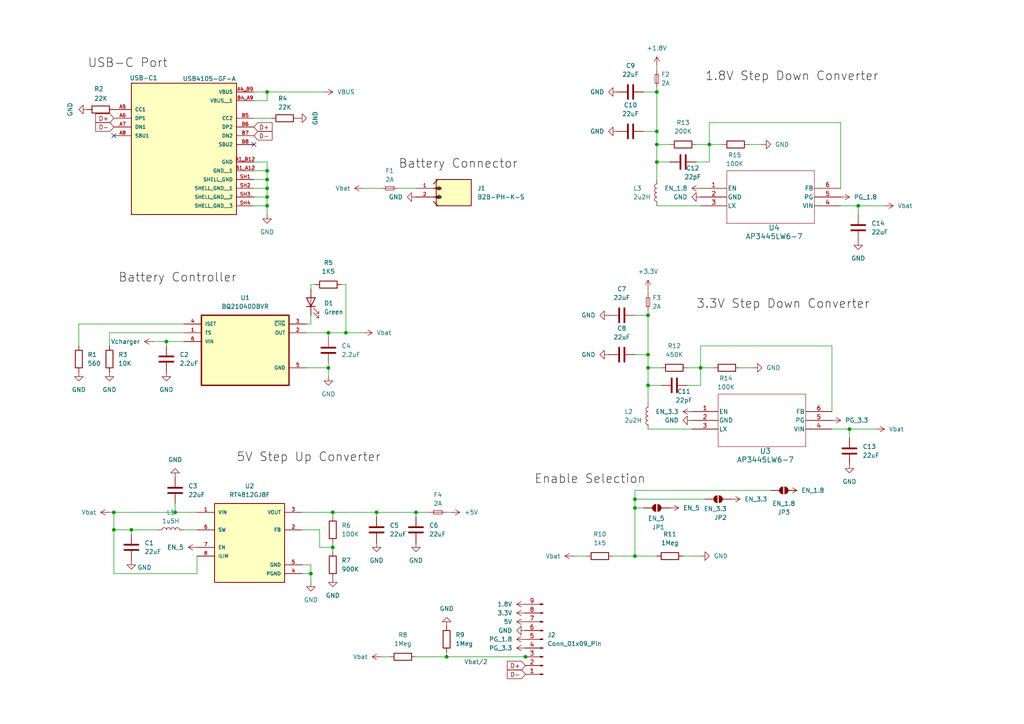
<source format=kicad_sch>
(kicad_sch (version 20250114) (generator "eeschema") (generator_version "9.0")
  (paper "A4")
  (lib_symbols
    (symbol "2025-11-28_22-50-25:AP3445LW6-7" (pin_names (offset 0.254))
      (property "Reference" "U" (at 20.32 10.16 0))
      (property "Value" "AP3445LW6-7" (at 20.32 7.62 0))
      (symbol "AP3445LW6-7_0_1"
        (polyline (pts (xy 7.62 5.08) (xy 7.62 -10.16)) (stroke (width 0.127)))
        (polyline (pts (xy 7.62 -10.16) (xy 33.02 -10.16)) (stroke (width 0.127)))
        (polyline (pts (xy 33.02 5.08) (xy 7.62 5.08)) (stroke (width 0.127)))
        (polyline (pts (xy 33.02 -10.16) (xy 33.02 5.08)) (stroke (width 0.127)))
        (pin input line (at 0 0 0) (length 7.62) (name "EN") (number "1"))
        (pin power_out line (at 0 -2.54 0) (length 7.62) (name "GND") (number "2"))
        (pin unspecified line (at 0 -5.08 0) (length 7.62) (name "LX") (number "3"))
        (pin unspecified line (at 40.64 0 180) (length 7.62) (name "FB") (number "6"))
        (pin output line (at 40.64 -2.54 180) (length 7.62) (name "PG") (number "5"))
        (pin input line (at 40.64 -5.08 180) (length 7.62) (name "VIN") (number "4"))
      )
    )
    (symbol "B2B-PH-K-S:B2B-PH-K-S" (pin_names (offset 1.016))
      (property "Reference" "J" (at -5.58 5.08 0))
      (property "Value" "B2B-PH-K-S" (at -5.08 -5.08 0))
      (symbol "B2B-PH-K-S_0_0"
        (polyline (pts (xy -5.08 3.81) (xy -3.81 5.08)) (stroke (width 0.254)))
        (polyline (pts (xy -5.08 2.54) (xy -3.175 2.54)) (stroke (width 0.254)))
        (polyline (pts (xy -5.08 0) (xy -3.175 0)) (stroke (width 0.254)))
        (polyline (pts (xy -5.08 -1.27) (xy -3.81 -2.54)) (stroke (width 0.254)))
        (rectangle (start -4.445 2.2225) (end -2.8575 2.8575) (stroke (width 0.1)) (fill (type outline)))
        (rectangle (start -4.445 -0.3175) (end -2.8575 0.3175) (stroke (width 0.1)) (fill (type outline)))
        (rectangle (start -4.2863 -2.54) (end 5.8738 5.08) (stroke (width 0.254)) (fill (type background)))
        (pin passive line (at -10.16 2.54 0) (length 5.08) (name "1") (number "1"))
        (pin passive line (at -10.16 0 0) (length 5.08) (name "2") (number "2"))
      )
    )
    (symbol "BQ21040DBVR:BQ21040DBVR" (pin_names (offset 1.016))
      (property "Reference" "U" (at -12.7 11.16 0))
      (property "Value" "BQ21040DBVR" (at -12.7 -14.16 0))
      (symbol "BQ21040DBVR_0_0"
        (rectangle (start -12.7 -10.16) (end 12.7 10.16) (stroke (width 0.41)) (fill (type background)))
        (pin input line (at -17.78 7.62 0) (length 5.08) (name "ISET") (number "4"))
        (pin input line (at -17.78 5.08 0) (length 5.08) (name "TS") (number "1"))
        (pin input line (at -17.78 2.54 0) (length 5.08) (name "VIN") (number "6"))
        (pin output line (at 17.78 7.62 180) (length 5.08) (name "~{CHG}") (number "3"))
        (pin output line (at 17.78 5.08 180) (length 5.08) (name "OUT") (number "2"))
        (pin power_in line (at 17.78 -5.08 180) (length 5.08) (name "GND") (number "5"))
      )
    )
    (symbol "Connector:Conn_01x09_Pin" (pin_names (offset 1.016) (hide yes))
      (property "Reference" "J" (at 0 12.7 0))
      (property "Value" "Conn_01x09_Pin" (at 0 -12.7 0))
      (symbol "Conn_01x09_Pin_1_1"
        (rectangle (start 0.8636 10.287) (end 0 10.033) (stroke (width 0.1524)) (fill (type outline)))
        (rectangle (start 0.8636 7.747) (end 0 7.493) (stroke (width 0.1524)) (fill (type outline)))
        (rectangle (start 0.8636 5.207) (end 0 4.953) (stroke (width 0.1524)) (fill (type outline)))
        (rectangle (start 0.8636 2.667) (end 0 2.413) (stroke (width 0.1524)) (fill (type outline)))
        (rectangle (start 0.8636 0.127) (end 0 -0.127) (stroke (width 0.1524)) (fill (type outline)))
        (rectangle (start 0.8636 -2.413) (end 0 -2.667) (stroke (width 0.1524)) (fill (type outline)))
        (rectangle (start 0.8636 -4.953) (end 0 -5.207) (stroke (width 0.1524)) (fill (type outline)))
        (rectangle (start 0.8636 -7.493) (end 0 -7.747) (stroke (width 0.1524)) (fill (type outline)))
        (rectangle (start 0.8636 -10.033) (end 0 -10.287) (stroke (width 0.1524)) (fill (type outline)))
        (polyline (pts (xy 1.27 10.16) (xy 0.8636 10.16)) (stroke (width 0.1524)))
        (polyline (pts (xy 1.27 7.62) (xy 0.8636 7.62)) (stroke (width 0.1524)))
        (polyline (pts (xy 1.27 5.08) (xy 0.8636 5.08)) (stroke (width 0.1524)))
        (polyline (pts (xy 1.27 2.54) (xy 0.8636 2.54)) (stroke (width 0.1524)))
        (polyline (pts (xy 1.27 0) (xy 0.8636 0)) (stroke (width 0.1524)))
        (polyline (pts (xy 1.27 -2.54) (xy 0.8636 -2.54)) (stroke (width 0.1524)))
        (polyline (pts (xy 1.27 -5.08) (xy 0.8636 -5.08)) (stroke (width 0.1524)))
        (polyline (pts (xy 1.27 -7.62) (xy 0.8636 -7.62)) (stroke (width 0.1524)))
        (polyline (pts (xy 1.27 -10.16) (xy 0.8636 -10.16)) (stroke (width 0.1524)))
        (pin passive line (at 5.08 10.16 180) (length 3.81) (name "Pin_1") (number "1"))
        (pin passive line (at 5.08 7.62 180) (length 3.81) (name "Pin_2") (number "2"))
        (pin passive line (at 5.08 5.08 180) (length 3.81) (name "Pin_3") (number "3"))
        (pin passive line (at 5.08 2.54 180) (length 3.81) (name "Pin_4") (number "4"))
        (pin passive line (at 5.08 0 180) (length 3.81) (name "Pin_5") (number "5"))
        (pin passive line (at 5.08 -2.54 180) (length 3.81) (name "Pin_6") (number "6"))
        (pin passive line (at 5.08 -5.08 180) (length 3.81) (name "Pin_7") (number "7"))
        (pin passive line (at 5.08 -7.62 180) (length 3.81) (name "Pin_8") (number "8"))
        (pin passive line (at 5.08 -10.16 180) (length 3.81) (name "Pin_9") (number "9"))
      )
    )
    (symbol "Device:C" (pin_numbers (hide yes)) (pin_names (offset 0.254))
      (property "Reference" "C" (at 0.635 2.54 0))
      (property "Value" "C" (at 0.635 -2.54 0))
      (symbol "C_0_1"
        (polyline (pts (xy -2.032 0.762) (xy 2.032 0.762)) (stroke (width 0.508)))
        (polyline (pts (xy -2.032 -0.762) (xy 2.032 -0.762)) (stroke (width 0.508)))
      )
      (symbol "C_1_1"
        (pin passive line (at 0 3.81 270) (length 2.794) (name "~") (number "1"))
        (pin passive line (at 0 -3.81 90) (length 2.794) (name "~") (number "2"))
      )
    )
    (symbol "Device:Fuse_Small" (pin_numbers (hide yes)) (pin_names (offset 0.254) (hide yes))
      (property "Reference" "F" (at 0 -1.524 0))
      (property "Value" "Fuse_Small" (at 0 1.524 0))
      (symbol "Fuse_Small_0_1"
        (rectangle (start -1.27 0.508) (end 1.27 -0.508))
        (polyline (pts (xy -1.27 0) (xy 1.27 0)))
      )
      (symbol "Fuse_Small_1_1"
        (pin passive line (at -2.54 0 0) (length 1.27) (name "~") (number "1"))
        (pin passive line (at 2.54 0 180) (length 1.27) (name "~") (number "2"))
      )
    )
    (symbol "Device:L" (pin_numbers (hide yes)) (pin_names (offset 1.016) (hide yes))
      (property "Reference" "L" (at -1.27 0 90))
      (property "Value" "L" (at 1.905 0 90))
      (symbol "L_0_1"
        (arc (start 0 2.54) (mid 0.6323 1.905) (end 0 1.27))
        (arc (start 0 1.27) (mid 0.6323 0.635) (end 0 0))
        (arc (start 0 0) (mid 0.6323 -0.635) (end 0 -1.27))
        (arc (start 0 -1.27) (mid 0.6323 -1.905) (end 0 -2.54))
      )
      (symbol "L_1_1"
        (pin passive line (at 0 3.81 270) (length 1.27) (name "1") (number "1"))
        (pin passive line (at 0 -3.81 90) (length 1.27) (name "2") (number "2"))
      )
    )
    (symbol "Device:LED" (pin_numbers (hide yes)) (pin_names (offset 1.016) (hide yes))
      (property "Reference" "D" (at 0 2.54 0))
      (property "Value" "LED" (at 0 -2.54 0))
      (symbol "LED_0_1"
        (polyline (pts (xy -3.048 -0.762) (xy -4.572 -2.286) (xy -3.81 -2.286) (xy -4.572 -2.286) (xy -4.572 -1.524)))
        (polyline (pts (xy -1.778 -0.762) (xy -3.302 -2.286) (xy -2.54 -2.286) (xy -3.302 -2.286) (xy -3.302 -1.524)))
        (polyline (pts (xy -1.27 0) (xy 1.27 0)))
        (polyline (pts (xy -1.27 -1.27) (xy -1.27 1.27)) (stroke (width 0.254)))
        (polyline (pts (xy 1.27 -1.27) (xy 1.27 1.27) (xy -1.27 0) (xy 1.27 -1.27)) (stroke (width 0.254)))
      )
      (symbol "LED_1_1"
        (pin passive line (at -3.81 0 0) (length 2.54) (name "K") (number "1"))
        (pin passive line (at 3.81 0 180) (length 2.54) (name "A") (number "2"))
      )
    )
    (symbol "Device:R" (pin_numbers (hide yes)) (pin_names (offset 0))
      (property "Reference" "R" (at 2.032 0 90))
      (property "Value" "R" (at 0 0 90))
      (symbol "R_0_1"
        (rectangle (start -1.016 -2.54) (end 1.016 2.54) (stroke (width 0.254)))
      )
      (symbol "R_1_1"
        (pin passive line (at 0 3.81 270) (length 1.27) (name "~") (number "1"))
        (pin passive line (at 0 -3.81 90) (length 1.27) (name "~") (number "2"))
      )
    )
    (symbol "Jumper:SolderJumper_2_Open" (pin_numbers (hide yes)) (pin_names (offset 0) (hide yes)) (in_bom no)
      (property "Reference" "JP" (at 0 2.032 0))
      (property "Value" "SolderJumper_2_Open" (at 0 -2.54 0))
      (symbol "SolderJumper_2_Open_0_1"
        (polyline (pts (xy -0.254 1.016) (xy -0.254 -1.016)))
        (arc (start -0.254 -1.016) (mid -1.2656 0) (end -0.254 1.016))
        (arc (start -0.254 -1.016) (mid -1.2656 0) (end -0.254 1.016) (fill (type outline)))
        (arc (start 0.254 1.016) (mid 1.2656 0) (end 0.254 -1.016))
        (arc (start 0.254 1.016) (mid 1.2656 0) (end 0.254 -1.016) (fill (type outline)))
        (polyline (pts (xy 0.254 1.016) (xy 0.254 -1.016)))
      )
      (symbol "SolderJumper_2_Open_1_1"
        (pin passive line (at -3.81 0 0) (length 2.54) (name "A") (number "1"))
        (pin passive line (at 3.81 0 180) (length 2.54) (name "B") (number "2"))
      )
    )
    (symbol "RT4812GJ8F:RT4812GJ8F" (pin_names (offset 1.016))
      (property "Reference" "U" (at -10.16 11.43 0))
      (property "Value" "RT4812GJ8F" (at -10.16 -15.24 0))
      (symbol "RT4812GJ8F_0_0"
        (rectangle (start -10.16 -12.7) (end 10.16 10.16) (stroke (width 0.254)) (fill (type background)))
        (pin input line (at -15.24 7.62 0) (length 5.08) (name "VIN") (number "1"))
        (pin passive line (at -15.24 2.54 0) (length 5.08) (name "SW") (number "6"))
        (pin input line (at -15.24 -2.54 0) (length 5.08) (name "EN") (number "7"))
        (pin input line (at -15.24 -5.08 0) (length 5.08) (name "ILIM") (number "8"))
        (pin output line (at 15.24 7.62 180) (length 5.08) (name "VOUT") (number "3"))
        (pin input line (at 15.24 2.54 180) (length 5.08) (name "FB") (number "2"))
        (pin power_in line (at 15.24 -7.62 180) (length 5.08) (name "GND") (number "5"))
        (pin power_in line (at 15.24 -10.16 180) (length 5.08) (name "PGND") (number "4"))
      )
    )
    (symbol "USB4105-GF-A-120:USB4105-GF-A-120" (pin_names (offset 1.016))
      (property "Reference" "J" (at -15.24 13.97 0))
      (property "Value" "USB4105-GF-A-120" (at -15.24 -27.94 0))
      (symbol "USB4105-GF-A-120_0_0"
        (rectangle (start -15.24 -25.4) (end 15.24 12.7) (stroke (width 0.254)) (fill (type background)))
        (pin bidirectional line (at -20.32 5.08 0) (length 5.08) (name "CC1") (number "A5"))
        (pin bidirectional line (at -20.32 2.54 0) (length 5.08) (name "DP1") (number "A6"))
        (pin bidirectional line (at -20.32 0 0) (length 5.08) (name "DN1") (number "A7"))
        (pin bidirectional line (at -20.32 -2.54 0) (length 5.08) (name "SBU1") (number "A8"))
        (pin power_in line (at 20.32 10.16 180) (length 5.08) (name "VBUS") (number "A4_B9"))
        (pin power_in line (at 20.32 7.62 180) (length 5.08) (name "VBUS__1") (number "B4_A9"))
        (pin bidirectional line (at 20.32 2.54 180) (length 5.08) (name "CC2") (number "B5"))
        (pin bidirectional line (at 20.32 0 180) (length 5.08) (name "DP2") (number "B6"))
        (pin bidirectional line (at 20.32 -2.54 180) (length 5.08) (name "DN2") (number "B7"))
        (pin bidirectional line (at 20.32 -5.08 180) (length 5.08) (name "SBU2") (number "B8"))
        (pin power_in line (at 20.32 -10.16 180) (length 5.08) (name "GND") (number "A1_B12"))
        (pin power_in line (at 20.32 -12.7 180) (length 5.08) (name "GND__1") (number "B1_A12"))
        (pin power_in line (at 20.32 -15.24 180) (length 5.08) (name "SHELL_GND") (number "SH1"))
        (pin power_in line (at 20.32 -17.78 180) (length 5.08) (name "SHELL_GND__1") (number "SH2"))
        (pin power_in line (at 20.32 -20.32 180) (length 5.08) (name "SHELL_GND__2") (number "SH3"))
        (pin power_in line (at 20.32 -22.86 180) (length 5.08) (name "SHELL_GND__3") (number "SH4"))
      )
    )
    (symbol "power:+3.3V" (power) (pin_numbers (hide yes)) (pin_names (offset 0) (hide yes))
      (property "Value" "+3.3V" (at 0 3.556 0))
      (symbol "+3.3V_0_1"
        (polyline (pts (xy -0.762 1.27) (xy 0 2.54)))
        (polyline (pts (xy 0 2.54) (xy 0.762 1.27)))
        (polyline (pts (xy 0 0) (xy 0 2.54)))
      )
      (symbol "+3.3V_1_1"
        (pin power_in line (at 0 0 90) (length 0) (name "~") (number "1"))
      )
    )
    (symbol "power:GND" (power) (pin_numbers (hide yes)) (pin_names (offset 0) (hide yes))
      (property "Value" "GND" (at 0 -3.81 0))
      (symbol "GND_0_1"
        (polyline (pts (xy 0 0) (xy 0 -1.27) (xy 1.27 -1.27) (xy 0 -2.54) (xy -1.27 -1.27) (xy 0 -1.27)))
      )
      (symbol "GND_1_1"
        (pin power_in line (at 0 0 270) (length 0) (name "~") (number "1"))
      )
    )
    (symbol "power:VBUS" (power) (pin_numbers (hide yes)) (pin_names (offset 0) (hide yes))
      (property "Value" "VBUS" (at 0 3.556 0))
      (symbol "VBUS_0_1"
        (polyline (pts (xy -0.762 1.27) (xy 0 2.54)))
        (polyline (pts (xy 0 2.54) (xy 0.762 1.27)))
        (polyline (pts (xy 0 0) (xy 0 2.54)))
      )
      (symbol "VBUS_1_1"
        (pin power_in line (at 0 0 90) (length 0) (name "~") (number "1"))
      )
    )
  )
  (junction (at 187.96 102.87))
  (junction (at 184.15 161.29))
  (junction (at 246.38 124.46))
  (junction (at 187.96 111.76))
  (junction (at 38.1 153.67))
  (junction (at 33.02 153.67))
  (junction (at 190.5 41.91))
  (junction (at 96.52 158.75))
  (junction (at 203.2 106.68))
  (junction (at 33.02 148.59))
  (junction (at 190.5 46.99))
  (junction (at 50.8 148.59))
  (junction (at 77.47 49.53))
  (junction (at 96.52 148.59))
  (junction (at 184.15 147.32))
  (junction (at 77.47 54.61))
  (junction (at 77.47 57.15))
  (junction (at 187.96 91.44))
  (junction (at 48.26 99.06))
  (junction (at 190.5 38.1))
  (junction (at 77.47 26.67))
  (junction (at 100.33 96.52))
  (junction (at 109.22 148.59))
  (junction (at 248.92 59.69))
  (junction (at 120.65 148.59))
  (junction (at 152.4 190.5))
  (junction (at 77.47 59.69))
  (junction (at 184.15 144.78))
  (junction (at 95.25 96.52))
  (junction (at 205.74 41.91))
  (junction (at 187.96 106.68))
  (junction (at 190.5 26.67))
  (junction (at 90.17 166.37))
  (junction (at 77.47 52.07))
  (junction (at 95.25 106.68))
  (junction (at 129.54 190.5))
  (no_connect (at 73.66 41.91))
  (no_connect (at 33.02 39.37))
  (wire (pts (xy 91.44 82.55) (xy 90.17 82.55)))
  (wire (pts (xy 184.15 102.87) (xy 187.96 102.87)))
  (wire (pts (xy 22.86 93.98) (xy 53.34 93.98)))
  (wire (pts (xy 78.74 34.29) (xy 73.66 34.29)))
  (wire (pts (xy 187.96 90.17) (xy 187.96 91.44)))
  (wire (pts (xy 95.25 96.52) (xy 95.25 97.79)))
  (wire (pts (xy 88.9 106.68) (xy 95.25 106.68)))
  (wire (pts (xy 187.96 106.68) (xy 187.96 102.87)))
  (wire (pts (xy 199.39 111.76) (xy 203.2 111.76)))
  (wire (pts (xy 110.49 190.5) (xy 113.03 190.5)))
  (wire (pts (xy 33.02 148.59) (xy 33.02 153.67)))
  (wire (pts (xy 243.84 35.56) (xy 205.74 35.56)))
  (wire (pts (xy 57.15 148.59) (xy 50.8 148.59)))
  (wire (pts (xy 77.47 26.67) (xy 93.98 26.67)))
  (wire (pts (xy 241.3 100.33) (xy 203.2 100.33)))
  (wire (pts (xy 190.5 59.69) (xy 203.2 59.69)))
  (wire (pts (xy 96.52 157.48) (xy 96.52 158.75)))
  (wire (pts (xy 38.1 153.67) (xy 38.1 154.94)))
  (wire (pts (xy 214.63 106.68) (xy 218.44 106.68)))
  (wire (pts (xy 105.41 54.61) (xy 110.49 54.61)))
  (wire (pts (xy 87.63 153.67) (xy 92.71 153.67)))
  (wire (pts (xy 77.47 49.53) (xy 77.47 52.07)))
  (wire (pts (xy 33.02 148.59) (xy 50.8 148.59)))
  (wire (pts (xy 184.15 147.32) (xy 184.15 161.29)))
  (wire (pts (xy 57.15 166.37) (xy 57.15 161.29)))
  (wire (pts (xy 77.47 54.61) (xy 77.47 57.15)))
  (wire (pts (xy 205.74 41.91) (xy 209.55 41.91)))
  (wire (pts (xy 199.39 106.68) (xy 203.2 106.68)))
  (wire (pts (xy 95.25 96.52) (xy 100.33 96.52)))
  (wire (pts (xy 241.3 100.33) (xy 241.3 119.38)))
  (wire (pts (xy 31.75 148.59) (xy 33.02 148.59)))
  (wire (pts (xy 96.52 158.75) (xy 96.52 160.02)))
  (wire (pts (xy 50.8 148.59) (xy 50.8 146.05)))
  (wire (pts (xy 190.5 41.91) (xy 190.5 38.1)))
  (wire (pts (xy 53.34 96.52) (xy 31.75 96.52)))
  (wire (pts (xy 190.5 41.91) (xy 194.31 41.91)))
  (wire (pts (xy 73.66 29.21) (xy 77.47 29.21)))
  (wire (pts (xy 87.63 166.37) (xy 90.17 166.37)))
  (wire (pts (xy 203.2 106.68) (xy 207.01 106.68)))
  (wire (pts (xy 186.69 38.1) (xy 190.5 38.1)))
  (wire (pts (xy 243.84 35.56) (xy 243.84 54.61)))
  (wire (pts (xy 100.33 96.52) (xy 105.41 96.52)))
  (wire (pts (xy 129.54 148.59) (xy 130.81 148.59)))
  (wire (pts (xy 77.47 29.21) (xy 77.47 26.67)))
  (wire (pts (xy 184.15 161.29) (xy 190.5 161.29)))
  (wire (pts (xy 198.12 161.29) (xy 203.2 161.29)))
  (wire (pts (xy 190.5 26.67) (xy 190.5 38.1)))
  (wire (pts (xy 120.65 148.59) (xy 124.46 148.59)))
  (wire (pts (xy 109.22 148.59) (xy 120.65 148.59)))
  (wire (pts (xy 187.96 111.76) (xy 187.96 116.84)))
  (wire (pts (xy 205.74 46.99) (xy 205.74 41.91)))
  (wire (pts (xy 90.17 93.98) (xy 88.9 93.98)))
  (wire (pts (xy 231.14 142.24) (xy 228.6 142.24)))
  (wire (pts (xy 190.5 46.99) (xy 194.31 46.99)))
  (wire (pts (xy 203.2 100.33) (xy 203.2 106.68)))
  (wire (pts (xy 190.5 41.91) (xy 190.5 46.99)))
  (wire (pts (xy 44.45 99.06) (xy 48.26 99.06)))
  (wire (pts (xy 90.17 91.44) (xy 90.17 93.98)))
  (wire (pts (xy 96.52 148.59) (xy 109.22 148.59)))
  (wire (pts (xy 184.15 147.32) (xy 186.69 147.32)))
  (wire (pts (xy 95.25 106.68) (xy 95.25 105.41)))
  (wire (pts (xy 109.22 148.59) (xy 109.22 149.86)))
  (wire (pts (xy 33.02 166.37) (xy 57.15 166.37)))
  (wire (pts (xy 152.4 190.5) (xy 153.67 190.5)))
  (wire (pts (xy 184.15 144.78) (xy 204.47 144.78)))
  (wire (pts (xy 187.96 91.44) (xy 184.15 91.44)))
  (wire (pts (xy 95.25 106.68) (xy 95.25 109.22)))
  (wire (pts (xy 99.06 82.55) (xy 100.33 82.55)))
  (wire (pts (xy 187.96 111.76) (xy 191.77 111.76)))
  (wire (pts (xy 120.65 190.5) (xy 129.54 190.5)))
  (wire (pts (xy 184.15 144.78) (xy 184.15 142.24)))
  (wire (pts (xy 187.96 106.68) (xy 187.96 111.76)))
  (wire (pts (xy 73.66 57.15) (xy 77.47 57.15)))
  (wire (pts (xy 201.93 41.91) (xy 205.74 41.91)))
  (wire (pts (xy 100.33 82.55) (xy 100.33 96.52)))
  (wire (pts (xy 201.93 46.99) (xy 205.74 46.99)))
  (wire (pts (xy 73.66 49.53) (xy 77.47 49.53)))
  (wire (pts (xy 120.65 148.59) (xy 120.65 149.86)))
  (wire (pts (xy 53.34 153.67) (xy 57.15 153.67)))
  (wire (pts (xy 115.57 54.61) (xy 120.65 54.61)))
  (wire (pts (xy 187.96 106.68) (xy 191.77 106.68)))
  (wire (pts (xy 184.15 147.32) (xy 184.15 144.78)))
  (wire (pts (xy 248.92 59.69) (xy 248.92 62.23)))
  (wire (pts (xy 87.63 148.59) (xy 96.52 148.59)))
  (wire (pts (xy 77.47 59.69) (xy 77.47 62.23)))
  (wire (pts (xy 190.5 26.67) (xy 186.69 26.67)))
  (wire (pts (xy 243.84 59.69) (xy 248.92 59.69)))
  (wire (pts (xy 38.1 153.67) (xy 45.72 153.67)))
  (wire (pts (xy 217.17 41.91) (xy 220.98 41.91)))
  (wire (pts (xy 92.71 158.75) (xy 96.52 158.75)))
  (wire (pts (xy 90.17 166.37) (xy 90.17 163.83)))
  (wire (pts (xy 246.38 124.46) (xy 254 124.46)))
  (wire (pts (xy 241.3 124.46) (xy 246.38 124.46)))
  (wire (pts (xy 33.02 153.67) (xy 38.1 153.67)))
  (wire (pts (xy 22.86 100.33) (xy 22.86 93.98)))
  (wire (pts (xy 77.47 52.07) (xy 77.47 54.61)))
  (wire (pts (xy 205.74 35.56) (xy 205.74 41.91)))
  (wire (pts (xy 177.8 161.29) (xy 184.15 161.29)))
  (wire (pts (xy 166.37 161.29) (xy 170.18 161.29)))
  (wire (pts (xy 48.26 99.06) (xy 48.26 100.33)))
  (wire (pts (xy 73.66 46.99) (xy 77.47 46.99)))
  (wire (pts (xy 31.75 96.52) (xy 31.75 100.33)))
  (wire (pts (xy 92.71 153.67) (xy 92.71 158.75)))
  (wire (pts (xy 190.5 46.99) (xy 190.5 52.07)))
  (wire (pts (xy 33.02 153.67) (xy 33.02 166.37)))
  (wire (pts (xy 73.66 59.69) (xy 77.47 59.69)))
  (wire (pts (xy 248.92 59.69) (xy 256.54 59.69)))
  (wire (pts (xy 187.96 85.09) (xy 187.96 83.82)))
  (wire (pts (xy 246.38 124.46) (xy 246.38 127)))
  (wire (pts (xy 77.47 46.99) (xy 77.47 49.53)))
  (wire (pts (xy 187.96 124.46) (xy 200.66 124.46)))
  (wire (pts (xy 90.17 166.37) (xy 90.17 168.91)))
  (wire (pts (xy 88.9 96.52) (xy 95.25 96.52)))
  (wire (pts (xy 53.34 99.06) (xy 48.26 99.06)))
  (wire (pts (xy 90.17 82.55) (xy 90.17 83.82)))
  (wire (pts (xy 77.47 57.15) (xy 77.47 59.69)))
  (wire (pts (xy 73.66 52.07) (xy 77.47 52.07)))
  (wire (pts (xy 187.96 91.44) (xy 187.96 102.87)))
  (wire (pts (xy 190.5 20.32) (xy 190.5 19.05)))
  (wire (pts (xy 96.52 148.59) (xy 96.52 149.86)))
  (wire (pts (xy 77.47 26.67) (xy 73.66 26.67)))
  (wire (pts (xy 73.66 54.61) (xy 77.47 54.61)))
  (wire (pts (xy 129.54 190.5) (xy 129.54 189.23)))
  (wire (pts (xy 203.2 111.76) (xy 203.2 106.68)))
  (wire (pts (xy 87.63 163.83) (xy 90.17 163.83)))
  (wire (pts (xy 190.5 25.4) (xy 190.5 26.67)))
  (wire (pts (xy 129.54 190.5) (xy 152.4 190.5)))
  (wire (pts (xy 184.15 142.24) (xy 223.52 142.24)))
  (label "Vbat{slash}2" (at 134.62 193.04 0))
  (label "Battery Controller" (at 34.29 82.55 0) (effects (font (size 2.54 2.54))))
  (label "USB-C Port" (at 25.4 20.32 0) (effects (font (size 2.54 2.54))))
  (label "3.3V Step Down Converter" (at 201.93 90.17 0) (effects (font (size 2.54 2.54))))
  (label "5V Step Up Converter" (at 68.58 134.62 0) (effects (font (size 2.54 2.54))))
  (label "1.8V Step Down Converter" (at 204.47 24.13 0) (effects (font (size 2.54 2.54))))
  (label "Enable Selection" (at 154.94 140.97 0) (effects (font (size 2.54 2.54))))
  (label "Battery Connector" (at 115.57 49.53 0) (effects (font (size 2.54 2.54))))
  (global_label "D+" (shape input) (at 73.66 36.83 0) (property "Intersheetrefs" "${INTERSHEET_REFS}" (effects (hide yes))))
  (global_label "D-" (shape input) (at 73.66 39.37 0) (property "Intersheetrefs" "${INTERSHEET_REFS}" (effects (hide yes))))
  (global_label "D+" (shape input) (at 152.4 193.04 180) (property "Intersheetrefs" "${INTERSHEET_REFS}" (effects (hide yes))))
  (global_label "D-" (shape input) (at 33.02 36.83 180) (property "Intersheetrefs" "${INTERSHEET_REFS}" (effects (hide yes))))
  (global_label "D-" (shape input) (at 152.4 195.58 180) (property "Intersheetrefs" "${INTERSHEET_REFS}" (effects (hide yes))))
  (global_label "D+" (shape input) (at 33.02 34.29 180) (property "Intersheetrefs" "${INTERSHEET_REFS}" (effects (hide yes))))
  (symbol (lib_id "Device:C") (at 195.58 111.76 90) (unit 1)
    (property "Reference" "C11" (at 198.374 113.538 90))
    (property "Value" "22pF" (at 198.374 116.078 90))
    (property "Footprint" "Capacitor_SMD:C_0402_1005Metric" (effects (hide yes)))
    (property "Description" "Unpolarized capacitor" (effects (hide yes)))
  )
  (symbol (lib_id "Device:R") (at 195.58 106.68 270) (unit 1)
    (property "Reference" "R12" (at 195.58 100.33 90))
    (property "Value" "450K" (at 195.58 102.87 90))
    (property "Footprint" "Resistor_SMD:R_0402_1005Metric" (effects (hide yes)))
    (property "Description" "Resistor" (effects (hide yes)))
  )
  (symbol (lib_id "Jumper:SolderJumper_2_Open") (at 190.5 147.32 180) (unit 1) (in_bom no)
    (property "Reference" "JP1" (at 192.786 152.908 0) (effects (justify left)))
    (property "Value" "EN_5" (at 192.786 150.368 0) (effects (justify left)))
    (property "Footprint" "Jumper:SolderJumper-2_P1.3mm_Open_Pad1.0x1.5mm" (effects (hide yes)))
    (property "Description" "Solder Jumper, 2-pole, open" (effects (hide yes)))
  )
  (symbol (lib_id "power:VBUS") (at 166.37 161.29 90) (unit 1)
    (property "Reference" "#PWR030" (effects (hide yes)))
    (property "Value" "Vbat" (at 162.56 161.2899 90) (effects (justify left)))
    (property "Description" "Power symbol creates a global label with name \"VBUS\"" (effects (hide yes)))
  )
  (symbol (lib_id "power:GND") (at 179.07 26.67 270) (unit 1)
    (property "Reference" "#PWR033" (effects (hide yes)))
    (property "Value" "GND" (at 175.26 26.6699 90) (effects (justify right)))
    (property "Description" "Power symbol creates a global label with name \"GND\" , ground" (effects (hide yes)))
  )
  (symbol (lib_id "power:GND") (at 203.2 57.15 270) (unit 1)
    (property "Reference" "#PWR041" (effects (hide yes)))
    (property "Value" "GND" (at 199.39 57.1499 90) (effects (justify right)))
    (property "Description" "Power symbol creates a global label with name \"GND\" , ground" (effects (hide yes)))
  )
  (symbol (lib_id "power:VBUS") (at 93.98 26.67 270) (unit 1)
    (property "Reference" "#PWR013" (effects (hide yes)))
    (property "Value" "VBUS" (at 97.79 26.6699 90) (effects (justify left)))
    (property "Description" "Power symbol creates a global label with name \"VBUS\"" (effects (hide yes)))
  )
  (symbol (lib_id "Connector:Conn_01x09_Pin") (at 157.48 185.42 180) (unit 1)
    (property "Reference" "J2" (at 158.75 184.1499 0) (effects (justify right)))
    (property "Value" "Conn_01x09_Pin" (at 158.75 186.6899 0) (effects (justify right)))
    (property "Description" "Generic connector, single row, 01x09, script generated" (effects (hide yes)))
  )
  (symbol (lib_id "Device:C") (at 180.34 102.87 90) (unit 1)
    (property "Reference" "C8" (at 180.34 95.25 90))
    (property "Value" "22uF" (at 180.34 97.79 90))
    (property "Footprint" "Capacitor_SMD:C_0805_2012Metric" (effects (hide yes)))
    (property "Description" "Unpolarized capacitor" (effects (hide yes)))
  )
  (symbol (lib_id "power:GND") (at 152.4 182.88 270) (unit 1)
    (property "Reference" "#PWR027" (effects (hide yes)))
    (property "Value" "GND" (at 148.59 182.8799 90) (effects (justify right)))
    (property "Description" "Power symbol creates a global label with name \"GND\" , ground" (effects (hide yes)))
  )
  (symbol (lib_id "power:GND") (at 77.47 62.23 0) (unit 1)
    (property "Reference" "#PWR010" (effects (hide yes)))
    (property "Value" "GND" (at 77.47 67.31 0))
    (property "Description" "Power symbol creates a global label with name \"GND\" , ground" (effects (hide yes)))
  )
  (symbol (lib_id "Jumper:SolderJumper_2_Open") (at 227.33 142.24 0) (mirror y) (unit 1) (in_bom no)
    (property "Reference" "JP3" (at 227.33 148.59 0))
    (property "Value" "EN_1.8" (at 227.33 146.05 0))
    (property "Footprint" "Jumper:SolderJumper-2_P1.3mm_Open_Pad1.0x1.5mm" (effects (hide yes)))
    (property "Description" "Solder Jumper, 2-pole, open" (effects (hide yes)))
  )
  (symbol (lib_id "power:VBUS") (at 256.54 59.69 270) (unit 1)
    (property "Reference" "#PWR052" (effects (hide yes)))
    (property "Value" "Vbat" (at 260.35 59.6899 90) (effects (justify left)))
    (property "Description" "Power symbol creates a global label with name \"VBUS\"" (effects (hide yes)))
  )
  (symbol (lib_id "Device:C") (at 198.12 46.99 90) (unit 1)
    (property "Reference" "C12" (at 200.914 48.768 90))
    (property "Value" "22pF" (at 200.914 51.308 90))
    (property "Footprint" "Capacitor_SMD:C_0402_1005Metric" (effects (hide yes)))
    (property "Description" "Unpolarized capacitor" (effects (hide yes)))
  )
  (symbol (lib_id "power:VBUS") (at 243.84 57.15 270) (unit 1)
    (property "Reference" "#PWR048" (effects (hide yes)))
    (property "Value" "PG_1.8" (at 247.65 57.1499 90) (effects (justify left)))
    (property "Description" "Power symbol creates a global label with name \"VBUS\"" (effects (hide yes)))
  )
  (symbol (lib_id "Device:L") (at 190.5 55.88 0) (mirror y) (unit 1)
    (property "Reference" "L3" (at 183.642 54.61 0) (effects (justify right)))
    (property "Value" "2u2H" (at 183.642 57.15 0) (effects (justify right)))
    (property "Footprint" "Inductor_SMD:L_1210_3225Metric" (effects (hide yes)))
    (property "Description" "Inductor" (effects (hide yes)))
  )
  (symbol (lib_id "power:VBUS") (at 152.4 175.26 90) (unit 1)
    (property "Reference" "#PWR024" (effects (hide yes)))
    (property "Value" "1.8V" (at 148.59 175.2599 90) (effects (justify left)))
    (property "Description" "Power symbol creates a global label with name \"VBUS\"" (effects (hide yes)))
  )
  (symbol (lib_id "power:VBUS") (at 105.41 96.52 270) (unit 1)
    (property "Reference" "#PWR016" (effects (hide yes)))
    (property "Value" "Vbat" (at 109.22 96.5199 90) (effects (justify left)))
    (property "Description" "Power symbol creates a global label with name \"VBUS\"" (effects (hide yes)))
  )
  (symbol (lib_id "power:VBUS") (at 200.66 119.38 90) (unit 1)
    (property "Reference" "#PWR038" (effects (hide yes)))
    (property "Value" "EN_3.3" (at 196.85 119.3799 90) (effects (justify left)))
    (property "Description" "Power symbol creates a global label with name \"VBUS\"" (effects (hide yes)))
  )
  (symbol (lib_id "Device:C") (at 246.38 130.81 0) (unit 1)
    (property "Reference" "C13" (at 250.19 129.5399 0) (effects (justify left)))
    (property "Value" "22uF" (at 250.19 132.0799 0) (effects (justify left)))
    (property "Footprint" "Capacitor_SMD:C_0805_2012Metric" (effects (hide yes)))
    (property "Description" "Unpolarized capacitor" (effects (hide yes)))
  )
  (symbol (lib_id "power:GND") (at 248.92 69.85 0) (unit 1)
    (property "Reference" "#PWR050" (effects (hide yes)))
    (property "Value" "GND" (at 248.92 74.93 0))
    (property "Description" "Power symbol creates a global label with name \"GND\" , ground" (effects (hide yes)))
  )
  (symbol (lib_id "Device:C") (at 50.8 142.24 0) (unit 1)
    (property "Reference" "C3" (at 54.61 140.9699 0) (effects (justify left)))
    (property "Value" "22uF" (at 54.61 143.5099 0) (effects (justify left)))
    (property "Footprint" "Capacitor_SMD:C_0805_2012Metric" (effects (hide yes)))
    (property "Description" "Unpolarized capacitor" (effects (hide yes)))
  )
  (symbol (lib_id "BQ21040DBVR:BQ21040DBVR") (at 71.12 101.6 0) (unit 1)
    (property "Reference" "U1" (at 71.12 86.36 0))
    (property "Value" "BQ21040DBVR" (at 71.12 88.9 0))
    (property "Footprint" "BQ21040DBVR:SOT95P280X145-6N" (effects (hide yes)))
  )
  (symbol (lib_id "Device:L") (at 49.53 153.67 90) (unit 1)
    (property "Reference" "L1" (at 49.53 148.59 90))
    (property "Value" "1u5H" (at 49.53 151.13 90))
    (property "Footprint" "SPM6530T_1R5M100:IND_SPM6530T-1R5M100" (effects (hide yes)))
    (property "Description" "Inductor" (effects (hide yes)))
  )
  (symbol (lib_id "power:GND") (at 22.86 107.95 0) (unit 1)
    (property "Reference" "#PWR01" (effects (hide yes)))
    (property "Value" "GND" (at 22.86 113.03 0))
    (property "Description" "Power symbol creates a global label with name \"GND\" , ground" (effects (hide yes)))
  )
  (symbol (lib_id "Device:R") (at 95.25 82.55 90) (unit 1)
    (property "Reference" "R5" (at 95.25 76.2 90))
    (property "Value" "1K5" (at 95.25 78.74 90))
    (property "Footprint" "Resistor_SMD:R_0402_1005Metric" (effects (hide yes)))
    (property "Description" "Resistor" (effects (hide yes)))
  )
  (symbol (lib_id "power:GND") (at 220.98 41.91 90) (unit 1)
    (property "Reference" "#PWR045" (effects (hide yes)))
    (property "Value" "GND" (at 224.79 41.9099 90) (effects (justify right)))
    (property "Description" "Power symbol creates a global label with name \"GND\" , ground" (effects (hide yes)))
  )
  (symbol (lib_id "Device:R") (at 173.99 161.29 90) (unit 1)
    (property "Reference" "R10" (at 173.99 154.94 90))
    (property "Value" "1k5" (at 173.99 157.48 90))
    (property "Footprint" "Resistor_SMD:R_0402_1005Metric" (effects (hide yes)))
    (property "Description" "Resistor" (effects (hide yes)))
  )
  (symbol (lib_id "RT4812GJ8F:RT4812GJ8F") (at 72.39 156.21 0) (unit 1)
    (property "Reference" "U2" (at 72.39 140.97 0))
    (property "Value" "RT4812GJ8F" (at 72.39 143.51 0))
    (property "Footprint" "RT4812GJ8F:SOT65P279X100-8N" (effects (hide yes)))
    (property "PARTREV" "March 2019" (effects (hide yes)))
    (property "STANDARD" "IPC 7351B" (effects (hide yes)))
    (property "MAXIMUM_PACKAGE_HEIGHT" "1.0 mm" (effects (hide yes)))
    (property "MANUFACTURER" "Richtek Technology" (effects (hide yes)))
  )
  (symbol (lib_id "Device:C") (at 38.1 158.75 0) (unit 1)
    (property "Reference" "C1" (at 41.91 157.4799 0) (effects (justify left)))
    (property "Value" "22uF" (at 41.91 160.0199 0) (effects (justify left)))
    (property "Footprint" "Capacitor_SMD:C_0805_2012Metric" (effects (hide yes)))
    (property "Description" "Unpolarized capacitor" (effects (hide yes)))
  )
  (symbol (lib_id "power:VBUS") (at 254 124.46 270) (unit 1)
    (property "Reference" "#PWR051" (effects (hide yes)))
    (property "Value" "Vbat" (at 257.81 124.4599 90) (effects (justify left)))
    (property "Description" "Power symbol creates a global label with name \"VBUS\"" (effects (hide yes)))
  )
  (symbol (lib_id "Device:R") (at 29.21 31.75 270) (unit 1)
    (property "Reference" "R2" (at 27.305 25.781 90) (effects (justify left)))
    (property "Value" "22K" (at 27.305 28.575 90) (effects (justify left)))
    (property "Footprint" "Resistor_SMD:R_0402_1005Metric" (effects (hide yes)))
    (property "Description" "Resistor" (effects (hide yes)))
  )
  (symbol (lib_id "Device:C") (at 95.25 101.6 0) (unit 1)
    (property "Reference" "C4" (at 99.06 100.3299 0) (effects (justify left)))
    (property "Value" "2.2uF" (at 99.06 102.8699 0) (effects (justify left)))
    (property "Footprint" "Capacitor_SMD:C_0805_2012Metric" (effects (hide yes)))
    (property "Description" "Unpolarized capacitor" (effects (hide yes)))
  )
  (symbol (lib_id "Device:L") (at 187.96 120.65 0) (mirror y) (unit 1)
    (property "Reference" "L2" (at 181.102 119.38 0) (effects (justify right)))
    (property "Value" "2u2H" (at 181.102 121.92 0) (effects (justify right)))
    (property "Footprint" "Inductor_SMD:L_1210_3225Metric" (effects (hide yes)))
    (property "Description" "Inductor" (effects (hide yes)))
  )
  (symbol (lib_id "Device:R") (at 194.31 161.29 90) (unit 1)
    (property "Reference" "R11" (at 194.31 154.94 90))
    (property "Value" "1Meg" (at 194.31 157.48 90))
    (property "Footprint" "Resistor_SMD:R_0402_1005Metric" (effects (hide yes)))
    (property "Description" "Resistor" (effects (hide yes)))
  )
  (symbol (lib_id "power:GND") (at 109.22 157.48 0) (unit 1)
    (property "Reference" "#PWR017" (effects (hide yes)))
    (property "Value" "GND" (at 109.22 162.56 0))
    (property "Description" "Power symbol creates a global label with name \"GND\" , ground" (effects (hide yes)))
  )
  (symbol (lib_id "power:GND") (at 96.52 167.64 0) (unit 1)
    (property "Reference" "#PWR015" (effects (hide yes)))
    (property "Value" "GND" (at 96.52 172.72 0))
    (property "Description" "Power symbol creates a global label with name \"GND\" , ground" (effects (hide yes)))
  )
  (symbol (lib_id "power:+3.3V") (at 190.5 19.05 0) (unit 1)
    (property "Reference" "#PWR036" (effects (hide yes)))
    (property "Value" "+1.8V" (at 190.5 13.97 0))
    (property "Description" "Power symbol creates a global label with name \"+3.3V\"" (effects (hide yes)))
  )
  (symbol (lib_id "power:VBUS") (at 110.49 190.5 90) (unit 1)
    (property "Reference" "#PWR018" (effects (hide yes)))
    (property "Value" "Vbat" (at 106.68 190.4999 90) (effects (justify left)))
    (property "Description" "Power symbol creates a global label with name \"VBUS\"" (effects (hide yes)))
  )
  (symbol (lib_id "power:VBUS") (at 152.4 177.8 90) (unit 1)
    (property "Reference" "#PWR025" (effects (hide yes)))
    (property "Value" "3.3V" (at 148.59 177.7999 90) (effects (justify left)))
    (property "Description" "Power symbol creates a global label with name \"VBUS\"" (effects (hide yes)))
  )
  (symbol (lib_id "power:GND") (at 120.65 57.15 270) (unit 1)
    (property "Reference" "#PWR020" (effects (hide yes)))
    (property "Value" "GND" (at 116.84 57.1499 90) (effects (justify right)))
    (property "Description" "Power symbol creates a global label with name \"GND\" , ground" (effects (hide yes)))
  )
  (symbol (lib_id "Device:R") (at 22.86 104.14 0) (unit 1)
    (property "Reference" "R1" (at 25.4 102.8699 0) (effects (justify left)))
    (property "Value" "560" (at 25.4 105.4099 0) (effects (justify left)))
    (property "Footprint" "Resistor_SMD:R_0402_1005Metric" (effects (hide yes)))
    (property "Description" "Resistor" (effects (hide yes)))
  )
  (symbol (lib_id "2025-11-28_22-50-25:AP3445LW6-7") (at 200.66 119.38 0) (unit 1)
    (property "Reference" "U3" (at 221.996 130.81 0) (effects (font (size 1.524 1.524))))
    (property "Value" "AP3445LW6-7" (at 221.996 133.35 0) (effects (font (size 1.524 1.524))))
    (property "Footprint" "footprints:SOT26_AP3445_DIO" (effects (hide yes)))
    (property "Datasheet" "AP3445LW6-7" (effects (hide yes)))
  )
  (symbol (lib_id "power:VBUS") (at 57.15 158.75 90) (unit 1)
    (property "Reference" "#PWR09" (effects (hide yes)))
    (property "Value" "EN_5" (at 53.34 158.7499 90) (effects (justify left)))
    (property "Description" "Power symbol creates a global label with name \"VBUS\"" (effects (hide yes)))
  )
  (symbol (lib_id "power:GND") (at 218.44 106.68 90) (unit 1)
    (property "Reference" "#PWR044" (effects (hide yes)))
    (property "Value" "GND" (at 222.25 106.6799 90) (effects (justify right)))
    (property "Description" "Power symbol creates a global label with name \"GND\" , ground" (effects (hide yes)))
  )
  (symbol (lib_id "Device:C") (at 120.65 153.67 0) (unit 1)
    (property "Reference" "C6" (at 124.46 152.3999 0) (effects (justify left)))
    (property "Value" "22uF" (at 124.46 154.9399 0) (effects (justify left)))
    (property "Footprint" "Capacitor_SMD:C_0805_2012Metric" (effects (hide yes)))
    (property "Description" "Unpolarized capacitor" (effects (hide yes)))
  )
  (symbol (lib_id "Device:C") (at 248.92 66.04 0) (unit 1)
    (property "Reference" "C14" (at 252.73 64.7699 0) (effects (justify left)))
    (property "Value" "22uF" (at 252.73 67.3099 0) (effects (justify left)))
    (property "Footprint" "Capacitor_SMD:C_0805_2012Metric" (effects (hide yes)))
    (property "Description" "Unpolarized capacitor" (effects (hide yes)))
  )
  (symbol (lib_id "Device:Fuse_Small") (at 113.03 54.61 0) (unit 1)
    (property "Reference" "F1" (at 113.03 49.53 0))
    (property "Value" "2A" (at 113.03 52.07 0))
    (property "Description" "Fuse, small symbol" (effects (hide yes)))
  )
  (symbol (lib_id "Device:C") (at 48.26 104.14 0) (unit 1)
    (property "Reference" "C2" (at 52.07 102.8699 0) (effects (justify left)))
    (property "Value" "2.2uF" (at 52.07 105.4099 0) (effects (justify left)))
    (property "Footprint" "Capacitor_SMD:C_0805_2012Metric" (effects (hide yes)))
    (property "Description" "Unpolarized capacitor" (effects (hide yes)))
  )
  (symbol (lib_id "Jumper:SolderJumper_2_Open") (at 208.28 144.78 0) (mirror y) (unit 1) (in_bom no)
    (property "Reference" "JP2" (at 210.82 150.114 0) (effects (justify left)))
    (property "Value" "EN_3.3" (at 210.82 147.574 0) (effects (justify left)))
    (property "Footprint" "Jumper:SolderJumper-2_P1.3mm_Open_Pad1.0x1.5mm" (effects (hide yes)))
    (property "Description" "Solder Jumper, 2-pole, open" (effects (hide yes)))
  )
  (symbol (lib_id "power:GND") (at 31.75 107.95 0) (unit 1)
    (property "Reference" "#PWR03" (effects (hide yes)))
    (property "Value" "GND" (at 31.75 113.03 0))
    (property "Description" "Power symbol creates a global label with name \"GND\" , ground" (effects (hide yes)))
  )
  (symbol (lib_id "power:VBUS") (at 194.31 147.32 270) (unit 1)
    (property "Reference" "#PWR037" (effects (hide yes)))
    (property "Value" "EN_5" (at 198.12 147.3199 90) (effects (justify left)))
    (property "Description" "Power symbol creates a global label with name \"VBUS\"" (effects (hide yes)))
  )
  (symbol (lib_id "power:VBUS") (at 44.45 99.06 90) (unit 1)
    (property "Reference" "#PWR06" (effects (hide yes)))
    (property "Value" "Vcharger" (at 40.64 99.0599 90) (effects (justify left)))
    (property "Description" "Power symbol creates a global label with name \"VBUS\"" (effects (hide yes)))
  )
  (symbol (lib_id "power:VBUS") (at 152.4 180.34 90) (unit 1)
    (property "Reference" "#PWR026" (effects (hide yes)))
    (property "Value" "5V" (at 148.59 180.3399 90) (effects (justify left)))
    (property "Description" "Power symbol creates a global label with name \"VBUS\"" (effects (hide yes)))
  )
  (symbol (lib_id "power:GND") (at 176.53 91.44 270) (unit 1)
    (property "Reference" "#PWR031" (effects (hide yes)))
    (property "Value" "GND" (at 172.72 91.4399 90) (effects (justify right)))
    (property "Description" "Power symbol creates a global label with name \"GND\" , ground" (effects (hide yes)))
  )
  (symbol (lib_id "Device:R") (at 129.54 185.42 180) (unit 1)
    (property "Reference" "R9" (at 132.08 184.1499 0) (effects (justify right)))
    (property "Value" "1Meg" (at 132.08 186.6899 0) (effects (justify right)))
    (property "Footprint" "Resistor_SMD:R_0402_1005Metric" (effects (hide yes)))
    (property "Description" "Resistor" (effects (hide yes)))
  )
  (symbol (lib_id "power:GND") (at 38.1 162.56 0) (unit 1)
    (property "Reference" "#PWR05" (effects (hide yes)))
    (property "Value" "GND" (at 41.91 164.592 0))
    (property "Description" "Power symbol creates a global label with name \"GND\" , ground" (effects (hide yes)))
  )
  (symbol (lib_id "power:GND") (at 90.17 168.91 0) (unit 1)
    (property "Reference" "#PWR012" (effects (hide yes)))
    (property "Value" "GND" (at 90.17 173.99 0))
    (property "Description" "Power symbol creates a global label with name \"GND\" , ground" (effects (hide yes)))
  )
  (symbol (lib_id "power:GND") (at 179.07 38.1 270) (unit 1)
    (property "Reference" "#PWR034" (effects (hide yes)))
    (property "Value" "GND" (at 175.26 38.0999 90) (effects (justify right)))
    (property "Description" "Power symbol creates a global label with name \"GND\" , ground" (effects (hide yes)))
  )
  (symbol (lib_id "Device:R") (at 82.55 34.29 90) (unit 1)
    (property "Reference" "R4" (at 80.645 28.5749 90) (effects (justify right)))
    (property "Value" "22K" (at 80.645 31.1149 90) (effects (justify right)))
    (property "Footprint" "Resistor_SMD:R_0402_1005Metric" (effects (hide yes)))
    (property "Description" "Resistor" (effects (hide yes)))
  )
  (symbol (lib_id "Device:R") (at 198.12 41.91 270) (unit 1)
    (property "Reference" "R13" (at 198.12 35.56 90))
    (property "Value" "200K" (at 198.12 38.1 90))
    (property "Footprint" "Resistor_SMD:R_0402_1005Metric" (effects (hide yes)))
    (property "Description" "Resistor" (effects (hide yes)))
  )
  (symbol (lib_id "power:VBUS") (at 228.6 142.24 270) (unit 1)
    (property "Reference" "#PWR046" (effects (hide yes)))
    (property "Value" "EN_1.8" (at 232.41 142.2399 90) (effects (justify left)))
    (property "Description" "Power symbol creates a global label with name \"VBUS\"" (effects (hide yes)))
  )
  (symbol (lib_id "power:GND") (at 48.26 107.95 0) (unit 1)
    (property "Reference" "#PWR07" (effects (hide yes)))
    (property "Value" "GND" (at 48.26 113.03 0))
    (property "Description" "Power symbol creates a global label with name \"GND\" , ground" (effects (hide yes)))
  )
  (symbol (lib_id "Device:R") (at 213.36 41.91 90) (unit 1)
    (property "Reference" "R15" (at 213.106 44.958 90))
    (property "Value" "100K" (at 213.106 47.498 90))
    (property "Footprint" "Resistor_SMD:R_0402_1005Metric" (effects (hide yes)))
    (property "Description" "Resistor" (effects (hide yes)))
  )
  (symbol (lib_id "power:GND") (at 50.8 138.43 180) (unit 1)
    (property "Reference" "#PWR08" (effects (hide yes)))
    (property "Value" "GND" (at 50.8 133.35 0))
    (property "Description" "Power symbol creates a global label with name \"GND\" , ground" (effects (hide yes)))
  )
  (symbol (lib_id "power:GND") (at 203.2 161.29 90) (unit 1)
    (property "Reference" "#PWR042" (effects (hide yes)))
    (property "Value" "GND" (at 207.01 161.2899 90) (effects (justify right)))
    (property "Description" "Power symbol creates a global label with name \"GND\" , ground" (effects (hide yes)))
  )
  (symbol (lib_id "power:GND") (at 120.65 157.48 0) (unit 1)
    (property "Reference" "#PWR021" (effects (hide yes)))
    (property "Value" "GND" (at 120.65 162.56 0))
    (property "Description" "Power symbol creates a global label with name \"GND\" , ground" (effects (hide yes)))
  )
  (symbol (lib_id "Device:C") (at 182.88 38.1 90) (unit 1)
    (property "Reference" "C10" (at 182.88 30.48 90))
    (property "Value" "22uF" (at 182.88 33.02 90))
    (property "Footprint" "Capacitor_SMD:C_0805_2012Metric" (effects (hide yes)))
    (property "Description" "Unpolarized capacitor" (effects (hide yes)))
  )
  (symbol (lib_id "power:GND") (at 129.54 181.61 180) (unit 1)
    (property "Reference" "#PWR022" (effects (hide yes)))
    (property "Value" "GND" (at 129.54 176.53 0))
    (property "Description" "Power symbol creates a global label with name \"GND\" , ground" (effects (hide yes)))
  )
  (symbol (lib_id "power:GND") (at 200.66 121.92 270) (unit 1)
    (property "Reference" "#PWR039" (effects (hide yes)))
    (property "Value" "GND" (at 196.85 121.9199 90) (effects (justify right)))
    (property "Description" "Power symbol creates a global label with name \"GND\" , ground" (effects (hide yes)))
  )
  (symbol (lib_id "Device:C") (at 180.34 91.44 90) (unit 1)
    (property "Reference" "C7" (at 180.34 83.82 90))
    (property "Value" "22uF" (at 180.34 86.36 90))
    (property "Footprint" "Capacitor_SMD:C_0805_2012Metric" (effects (hide yes)))
    (property "Description" "Unpolarized capacitor" (effects (hide yes)))
  )
  (symbol (lib_id "Device:Fuse_Small") (at 190.5 22.86 90) (unit 1)
    (property "Reference" "F2" (at 191.77 21.5899 90) (effects (justify right)))
    (property "Value" "2A" (at 191.77 24.1299 90) (effects (justify right)))
    (property "Description" "Fuse, small symbol" (effects (hide yes)))
  )
  (symbol (lib_id "power:GND") (at 95.25 109.22 0) (unit 1)
    (property "Reference" "#PWR014" (effects (hide yes)))
    (property "Value" "GND" (at 95.25 114.3 0))
    (property "Description" "Power symbol creates a global label with name \"GND\" , ground" (effects (hide yes)))
  )
  (symbol (lib_id "Device:R") (at 116.84 190.5 90) (unit 1)
    (property "Reference" "R8" (at 116.84 184.15 90))
    (property "Value" "1Meg" (at 116.84 186.69 90))
    (property "Footprint" "Resistor_SMD:R_0402_1005Metric" (effects (hide yes)))
    (property "Description" "Resistor" (effects (hide yes)))
  )
  (symbol (lib_id "power:GND") (at 25.4 31.75 270) (unit 1)
    (property "Reference" "#PWR02" (effects (hide yes)))
    (property "Value" "GND" (at 20.32 31.75 0))
    (property "Description" "Power symbol creates a global label with name \"GND\" , ground" (effects (hide yes)))
  )
  (symbol (lib_id "power:VBUS") (at 152.4 185.42 90) (unit 1)
    (property "Reference" "#PWR028" (effects (hide yes)))
    (property "Value" "PG_1.8" (at 148.59 185.4199 90) (effects (justify left)))
    (property "Description" "Power symbol creates a global label with name \"VBUS\"" (effects (hide yes)))
  )
  (symbol (lib_id "power:VBUS") (at 31.75 148.59 90) (unit 1)
    (property "Reference" "#PWR04" (effects (hide yes)))
    (property "Value" "Vbat" (at 27.94 148.5899 90) (effects (justify left)))
    (property "Description" "Power symbol creates a global label with name \"VBUS\"" (effects (hide yes)))
  )
  (symbol (lib_id "power:VBUS") (at 203.2 54.61 90) (unit 1)
    (property "Reference" "#PWR040" (effects (hide yes)))
    (property "Value" "EN_1.8" (at 199.39 54.6099 90) (effects (justify left)))
    (property "Description" "Power symbol creates a global label with name \"VBUS\"" (effects (hide yes)))
  )
  (symbol (lib_id "power:VBUS") (at 130.81 148.59 270) (unit 1)
    (property "Reference" "#PWR023" (effects (hide yes)))
    (property "Value" "+5V" (at 134.62 148.5899 90) (effects (justify left)))
    (property "Description" "Power symbol creates a global label with name \"VBUS\"" (effects (hide yes)))
  )
  (symbol (lib_id "power:GND") (at 86.36 34.29 90) (unit 1)
    (property "Reference" "#PWR011" (effects (hide yes)))
    (property "Value" "GND" (at 91.44 34.29 0))
    (property "Description" "Power symbol creates a global label with name \"GND\" , ground" (effects (hide yes)))
  )
  (symbol (lib_id "Device:R") (at 96.52 153.67 0) (unit 1)
    (property "Reference" "R6" (at 99.06 152.3999 0) (effects (justify left)))
    (property "Value" "100K" (at 99.06 154.9399 0) (effects (justify left)))
    (property "Footprint" "Resistor_SMD:R_0402_1005Metric" (effects (hide yes)))
    (property "Description" "Resistor" (effects (hide yes)))
  )
  (symbol (lib_id "Device:R") (at 210.82 106.68 90) (unit 1)
    (property "Reference" "R14" (at 210.566 109.728 90))
    (property "Value" "100K" (at 210.566 112.268 90))
    (property "Footprint" "Resistor_SMD:R_0402_1005Metric" (effects (hide yes)))
    (property "Description" "Resistor" (effects (hide yes)))
  )
  (symbol (lib_id "power:GND") (at 246.38 134.62 0) (unit 1)
    (property "Reference" "#PWR049" (effects (hide yes)))
    (property "Value" "GND" (at 246.38 139.7 0))
    (property "Description" "Power symbol creates a global label with name \"GND\" , ground" (effects (hide yes)))
  )
  (symbol (lib_id "2025-11-28_22-50-25:AP3445LW6-7") (at 203.2 54.61 0) (unit 1)
    (property "Reference" "U4" (at 224.536 66.04 0) (effects (font (size 1.524 1.524))))
    (property "Value" "AP3445LW6-7" (at 224.536 68.58 0) (effects (font (size 1.524 1.524))))
    (property "Footprint" "footprints:SOT26_AP3445_DIO" (effects (hide yes)))
    (property "Datasheet" "AP3445LW6-7" (effects (hide yes)))
  )
  (symbol (lib_id "power:VBUS") (at 212.09 144.78 270) (unit 1)
    (property "Reference" "#PWR043" (effects (hide yes)))
    (property "Value" "EN_3.3" (at 215.9 144.7799 90) (effects (justify left)))
    (property "Description" "Power symbol creates a global label with name \"VBUS\"" (effects (hide yes)))
  )
  (symbol (lib_id "power:VBUS") (at 152.4 187.96 90) (unit 1)
    (property "Reference" "#PWR029" (effects (hide yes)))
    (property "Value" "PG_3.3" (at 148.59 187.9599 90) (effects (justify left)))
    (property "Description" "Power symbol creates a global label with name \"VBUS\"" (effects (hide yes)))
  )
  (symbol (lib_id "Device:LED") (at 90.17 87.63 90) (unit 1)
    (property "Reference" "D1" (at 93.98 87.9474 90) (effects (justify right)))
    (property "Value" "Green" (at 93.98 90.4874 90) (effects (justify right)))
    (property "Footprint" "LED_SMD:LED_0805_2012Metric" (effects (hide yes)))
    (property "Description" "Light emitting diode" (effects (hide yes)))
    (property "Sim.Pins" "1=K 2=A" (effects (hide yes)))
  )
  (symbol (lib_id "Device:R") (at 96.52 163.83 0) (unit 1)
    (property "Reference" "R7" (at 99.06 162.5599 0) (effects (justify left)))
    (property "Value" "900K" (at 99.06 165.0999 0) (effects (justify left)))
    (property "Footprint" "Resistor_SMD:R_0402_1005Metric" (effects (hide yes)))
    (property "Description" "Resistor" (effects (hide yes)))
  )
  (symbol (lib_id "Device:Fuse_Small") (at 127 148.59 0) (unit 1)
    (property "Reference" "F4" (at 127 143.51 0))
    (property "Value" "2A" (at 127 146.05 0))
    (property "Description" "Fuse, small symbol" (effects (hide yes)))
  )
  (symbol (lib_id "B2B-PH-K-S:B2B-PH-K-S") (at 130.81 57.15 0) (unit 1)
    (property "Reference" "J1" (at 138.43 54.6099 0) (effects (justify left)))
    (property "Value" "B2B-PH-K-S" (at 138.43 57.1499 0) (effects (justify left)))
    (property "Footprint" "B2B-PH-K-S:JST_B2B-PH-K-S" (effects (hide yes)))
    (property "MANUFACTURER" "JST" (effects (hide yes)))
  )
  (symbol (lib_id "power:+3.3V") (at 187.96 83.82 0) (unit 1)
    (property "Reference" "#PWR035" (effects (hide yes)))
    (property "Value" "+3.3V" (at 187.96 78.74 0))
    (property "Description" "Power symbol creates a global label with name \"+3.3V\"" (effects (hide yes)))
  )
  (symbol (lib_id "Device:C") (at 109.22 153.67 180) (unit 1)
    (property "Reference" "C5" (at 113.03 152.3999 0) (effects (justify right)))
    (property "Value" "22uF" (at 113.03 154.9399 0) (effects (justify right)))
    (property "Footprint" "Capacitor_SMD:C_0805_2012Metric" (effects (hide yes)))
    (property "Description" "Unpolarized capacitor" (effects (hide yes)))
  )
  (symbol (lib_id "Device:R") (at 31.75 104.14 0) (unit 1)
    (property "Reference" "R3" (at 34.29 102.8699 0) (effects (justify left)))
    (property "Value" "10K" (at 34.29 105.4099 0) (effects (justify left)))
    (property "Footprint" "Resistor_SMD:R_0402_1005Metric" (effects (hide yes)))
    (property "Description" "Resistor" (effects (hide yes)))
  )
  (symbol (lib_id "Device:C") (at 182.88 26.67 90) (unit 1)
    (property "Reference" "C9" (at 182.88 19.05 90))
    (property "Value" "22uF" (at 182.88 21.59 90))
    (property "Footprint" "Capacitor_SMD:C_0805_2012Metric" (effects (hide yes)))
    (property "Description" "Unpolarized capacitor" (effects (hide yes)))
  )
  (symbol (lib_id "power:VBUS") (at 105.41 54.61 90) (unit 1)
    (property "Reference" "#PWR019" (effects (hide yes)))
    (property "Value" "Vbat" (at 101.6 54.6099 90) (effects (justify left)))
    (property "Description" "Power symbol creates a global label with name \"VBUS\"" (effects (hide yes)))
  )
  (symbol (lib_id "Device:Fuse_Small") (at 187.96 87.63 90) (unit 1)
    (property "Reference" "F3" (at 189.23 86.3599 90) (effects (justify right)))
    (property "Value" "2A" (at 189.23 88.8999 90) (effects (justify right)))
    (property "Description" "Fuse, small symbol" (effects (hide yes)))
  )
  (symbol (lib_id "power:GND") (at 176.53 102.87 270) (unit 1)
    (property "Reference" "#PWR032" (effects (hide yes)))
    (property "Value" "GND" (at 172.72 102.8699 90) (effects (justify right)))
    (property "Description" "Power symbol creates a global label with name \"GND\" , ground" (effects (hide yes)))
  )
  (symbol (lib_id "USB4105-GF-A-120:USB4105-GF-A-120") (at 53.34 36.83 0) (unit 1)
    (property "Reference" "USB-C1" (at 41.656 22.606 0))
    (property "Value" "USB4105-GF-A" (at 60.706 22.86 0))
    (property "Footprint" "USB4105-GF-A-120:GCT_USB4105-GF-A-120" (effects (hide yes)))
    (property "PARTREV" "B3" (effects (hide yes)))
    (property "MANUFACTURER" "Global Connector Technology" (effects (hide yes)))
    (property "MAXIMUM_PACKAGE_HEIGHT" "3.31mm" (effects (hide yes)))
    (property "STANDARD" "Manufacturer Recommendations" (effects (hide yes)))
  )
  (symbol (lib_id "power:VBUS") (at 241.3 121.92 270) (unit 1)
    (property "Reference" "#PWR047" (effects (hide yes)))
    (property "Value" "PG_3.3" (at 245.11 121.9199 90) (effects (justify left)))
    (property "Description" "Power symbol creates a global label with name \"VBUS\"" (effects (hide yes)))
  )
)
</source>
